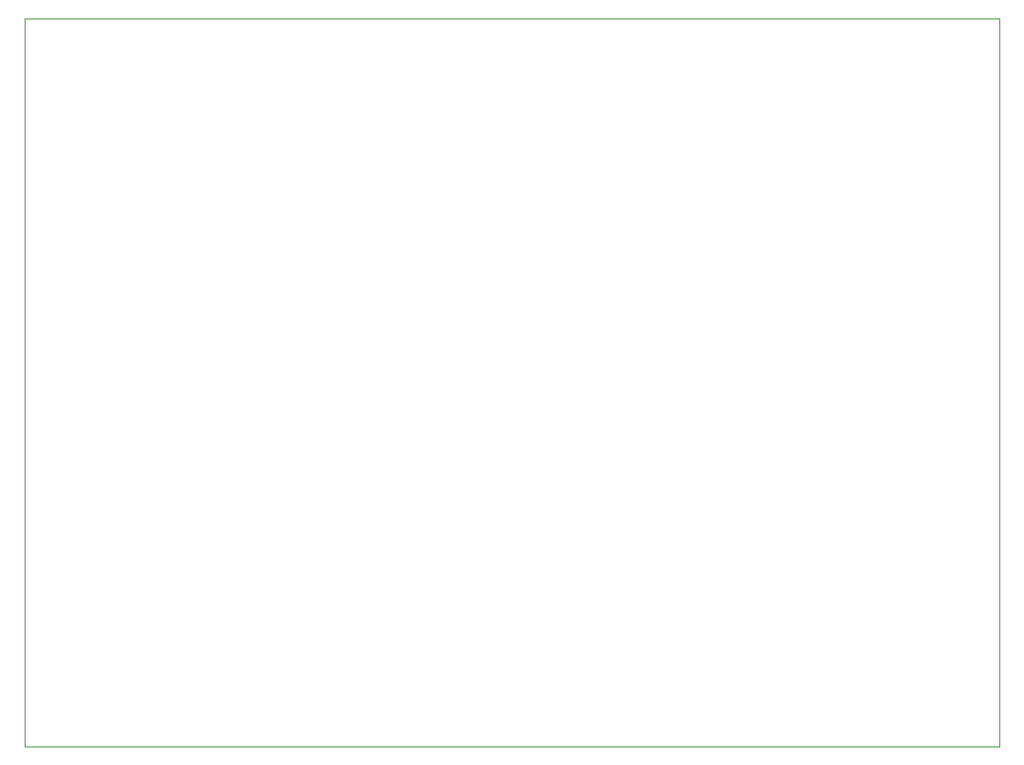
<source format=gbr>
G04 #@! TF.FileFunction,Profile,NP*
%FSLAX46Y46*%
G04 Gerber Fmt 4.6, Leading zero omitted, Abs format (unit mm)*
G04 Created by KiCad (PCBNEW 4.0.1-stable) date 17/04/2016 20:33:25*
%MOMM*%
G01*
G04 APERTURE LIST*
%ADD10C,0.100000*%
G04 APERTURE END LIST*
D10*
X77850000Y-48350000D02*
X171550000Y-48350000D01*
X77850000Y-118350000D02*
X77850000Y-48350000D01*
X171550000Y-118350000D02*
X77850000Y-118350000D01*
X171550000Y-48350000D02*
X171550000Y-118350000D01*
M02*

</source>
